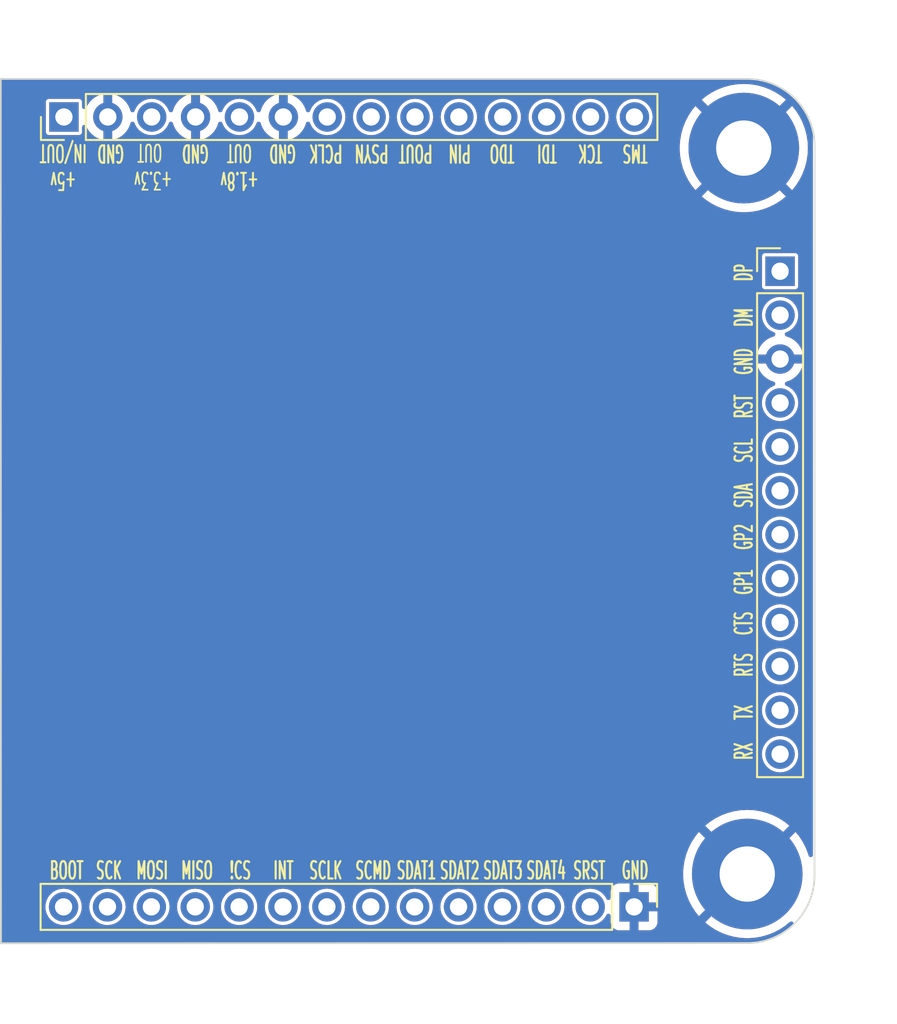
<source format=kicad_pcb>
(kicad_pcb (version 20240108) (generator "pcbnew") (generator_version "8.0")
  (title_block (title "TD-WRLS hAT") (date "2024-09-02") (rev "1.0") (company "Teledatics Incorporated") (comment 1 "James Ewing"))
  (layers (0 "F.Cu" signal) (31 "B.Cu" signal) (34 "B.Paste" user) (35 "F.Paste" user) (36 "B.SilkS" user "B.Silkscreen") (37 "F.SilkS" user "F.Silkscreen") (38 "B.Mask" user) (39 "F.Mask" user) (44 "Edge.Cuts" user))
  (net 0 "")
  (net 1 "SDIO_DAT0_1v8")
  (net 2 "SPI_MISO")
  (net 3 "MODE")
  (net 4 "SPI_IRQ")
  (net 5 "SPI_MOSI")
  (net 6 "SPI_SCK")
  (net 7 "SDIO_DAT2_1v8")
  (net 8 "SPI_!CS")
  (net 9 "SDIO_CLK_1v8")
  (net 10 "SDIO_CMD_1v8")
  (net 11 "SDIO_DAT1_1v8")
  (net 12 "SDIO_DAT3_1v8")
  (net 13 "SDIO_RESET_1v8")
  (net 14 "~{RESET}")
  (net 15 "JTAG_TCK")
  (net 16 "JTAG_TDI")
  (net 17 "JTAG_TDO")
  (net 18 "JTAG_TMS")
  (net 19 "USB_D-")
  (net 20 "UART_CTS")
  (net 21 "UART_RTS")
  (net 22 "UART_TX")
  (net 23 "I2C_SDA")
  (net 24 "GPIO2")
  (net 25 "GPIO1")
  (net 26 "UART_RX")
  (net 27 "USB_D+")
  (net 28 "I2C_SCL")
  (net 29 "+1V8")
  (net 30 "PCM_CLK_1v8")
  (net 31 "PCM_OUT_1v8")
  (net 32 "PCM_IN_1v8")
  (net 33 "PCM_SYNC_1v8")
  (net 34 "GND")
  (net 35 "+5V")
  (net 36 "+3V3")
  (footprint "Connector_PinHeader_2.54mm:PinHeader_1x14_P2.54mm_Vertical" (layer "F.Cu") (at 194.3 79.75 90)
    (property "Reference" "J3")
    (property "Value" "Conn_01x14_Male")
    (fp_line (start -1.33 -1.33) (end 0 -1.33) (stroke (width 0.12)) (layer "F.SilkS"))
    (fp_line (start -1.33 0) (end -1.33 -1.33) (stroke (width 0.12)) (layer "F.SilkS"))
    (fp_line (start 1.33 1.27) (end 1.33 34.35) (stroke (width 0.12)) (layer "F.SilkS"))
    (fp_line (start -1.33 1.27) (end 1.33 1.27) (stroke (width 0.12)) (layer "F.SilkS"))
    (fp_line (start -1.33 1.27) (end -1.33 34.35) (stroke (width 0.12)) (layer "F.SilkS"))
    (fp_line (start -1.33 34.35) (end 1.33 34.35) (stroke (width 0.12)) (layer "F.SilkS"))
    (pad "1" thru_hole rect (at 0 0 90) (size 1.7 1.7) (drill 1) (layers "*.Cu" "*.Mask") (net 35 "+5V"))
    (pad "2" thru_hole oval (at 0 2.54 90) (size 1.7 1.7) (drill 1) (layers "*.Cu" "*.Mask") (net 34 "GND"))
    (pad "3" thru_hole oval (at 0 5.08 90) (size 1.7 1.7) (drill 1) (layers "*.Cu" "*.Mask") (net 36 "+3V3"))
    (pad "4" thru_hole oval (at 0 7.62 90) (size 1.7 1.7) (drill 1) (layers "*.Cu" "*.Mask") (net 34 "GND"))
    (pad "5" thru_hole oval (at 0 10.16 90) (size 1.7 1.7) (drill 1) (layers "*.Cu" "*.Mask") (net 29 "+1V8"))
    (pad "6" thru_hole oval (at 0 12.7 90) (size 1.7 1.7) (drill 1) (layers "*.Cu" "*.Mask") (net 34 "GND"))
    (pad "7" thru_hole oval (at 0 15.24 90) (size 1.7 1.7) (drill 1) (layers "*.Cu" "*.Mask") (net 30 "PCM_CLK_1v8"))
    (pad "8" thru_hole oval (at 0 17.78 90) (size 1.7 1.7) (drill 1) (layers "*.Cu" "*.Mask") (net 33 "PCM_SYNC_1v8"))
    (pad "9" thru_hole oval (at 0 20.32 90) (size 1.7 1.7) (drill 1) (layers "*.Cu" "*.Mask") (net 31 "PCM_OUT_1v8"))
    (pad "10" thru_hole oval (at 0 22.86 90) (size 1.7 1.7) (drill 1) (layers "*.Cu" "*.Mask") (net 32 "PCM_IN_1v8"))
    (pad "11" thru_hole oval (at 0 25.4 90) (size 1.7 1.7) (drill 1) (layers "*.Cu" "*.Mask") (net 17 "JTAG_TDO"))
    (pad "12" thru_hole oval (at 0 27.94 90) (size 1.7 1.7) (drill 1) (layers "*.Cu" "*.Mask") (net 16 "JTAG_TDI"))
    (pad "13" thru_hole oval (at 0 30.48 90) (size 1.7 1.7) (drill 1) (layers "*.Cu" "*.Mask") (net 15 "JTAG_TCK"))
    (pad "14" thru_hole oval (at 0 33.02 90) (size 1.7 1.7) (drill 1) (layers "*.Cu" "*.Mask") (net 18 "JTAG_TMS"))
  )
  (footprint "MountingHole:MountingHole_3.2mm_M3_Pad" (layer "F.Cu") (at 233.85 123.55)
    (property "Reference" "H2")
    (property "Value" "MountingHole")
    (pad "1" thru_hole circle (at 0 0) (size 6.4 6.4) (drill 3.2) (layers "*.Cu" "*.Mask") (net 34 "GND"))
  )
  (footprint "MountingHole:MountingHole_3.2mm_M3_Pad" (layer "F.Cu") (at 233.65 81.55)
    (property "Reference" "H1")
    (property "Value" "MountingHole")
    (pad "1" thru_hole circle (at 0 0) (size 6.4 6.4) (drill 3.2) (layers "*.Cu" "*.Mask") (net 34 "GND"))
  )
  (footprint "Connector_PinHeader_2.54mm:PinHeader_1x12_P2.54mm_Vertical" (layer "F.Cu") (at 235.75 88.675)
    (property "Reference" "J2")
    (property "Value" "Conn_01x12_Male")
    (fp_line (start -1.33 -1.33) (end 0 -1.33) (stroke (width 0.12)) (layer "F.SilkS"))
    (fp_line (start -1.33 0) (end -1.33 -1.33) (stroke (width 0.12)) (layer "F.SilkS"))
    (fp_line (start -1.33 1.27) (end -1.33 29.27) (stroke (width 0.12)) (layer "F.SilkS"))
    (fp_line (start -1.33 1.27) (end 1.33 1.27) (stroke (width 0.12)) (layer "F.SilkS"))
    (fp_line (start -1.33 29.27) (end 1.33 29.27) (stroke (width 0.12)) (layer "F.SilkS"))
    (fp_line (start 1.33 1.27) (end 1.33 29.27) (stroke (width 0.12)) (layer "F.SilkS"))
    (pad "1" thru_hole rect (at 0 0) (size 1.7 1.7) (drill 1) (layers "*.Cu" "*.Mask") (net 27 "USB_D+"))
    (pad "2" thru_hole oval (at 0 2.54) (size 1.7 1.7) (drill 1) (layers "*.Cu" "*.Mask") (net 19 "USB_D-"))
    (pad "3" thru_hole oval (at 0 5.08) (size 1.7 1.7) (drill 1) (layers "*.Cu" "*.Mask") (net 34 "GND"))
    (pad "4" thru_hole oval (at 0 7.62) (size 1.7 1.7) (drill 1) (layers "*.Cu" "*.Mask") (net 14 "~{RESET}"))
    (pad "5" thru_hole oval (at 0 10.16) (size 1.7 1.7) (drill 1) (layers "*.Cu" "*.Mask") (net 28 "I2C_SCL"))
    (pad "6" thru_hole oval (at 0 12.7) (size 1.7 1.7) (drill 1) (layers "*.Cu" "*.Mask") (net 23 "I2C_SDA"))
    (pad "7" thru_hole oval (at 0 15.24) (size 1.7 1.7) (drill 1) (layers "*.Cu" "*.Mask") (net 24 "GPIO2"))
    (pad "8" thru_hole oval (at 0 17.78) (size 1.7 1.7) (drill 1) (layers "*.Cu" "*.Mask") (net 25 "GPIO1"))
    (pad "9" thru_hole oval (at 0 20.32) (size 1.7 1.7) (drill 1) (layers "*.Cu" "*.Mask") (net 20 "UART_CTS"))
    (pad "10" thru_hole oval (at 0 22.86) (size 1.7 1.7) (drill 1) (layers "*.Cu" "*.Mask") (net 21 "UART_RTS"))
    (pad "11" thru_hole oval (at 0 25.4) (size 1.7 1.7) (drill 1) (layers "*.Cu" "*.Mask") (net 22 "UART_TX"))
    (pad "12" thru_hole oval (at 0 27.94) (size 1.7 1.7) (drill 1) (layers "*.Cu" "*.Mask") (net 26 "UART_RX"))
  )
  (footprint "Connector_PinHeader_2.54mm:PinHeader_1x14_P2.54mm_Vertical" (layer "F.Cu") (at 227.3 125.45 -90)
    (property "Reference" "J1")
    (property "Value" "Conn_01x14_Male")
    (fp_line (start -1.33 34.35) (end 1.33 34.35) (stroke (width 0.12)) (layer "F.SilkS"))
    (fp_line (start -1.33 1.27) (end -1.33 34.35) (stroke (width 0.12)) (layer "F.SilkS"))
    (fp_line (start -1.33 1.27) (end 1.33 1.27) (stroke (width 0.12)) (layer "F.SilkS"))
    (fp_line (start 1.33 1.27) (end 1.33 34.35) (stroke (width 0.12)) (layer "F.SilkS"))
    (fp_line (start -1.33 0) (end -1.33 -1.33) (stroke (width 0.12)) (layer "F.SilkS"))
    (fp_line (start -1.33 -1.33) (end 0 -1.33) (stroke (width 0.12)) (layer "F.SilkS"))
    (pad "1" thru_hole rect (at 0 0 270) (size 1.7 1.7) (drill 1) (layers "*.Cu" "*.Mask") (net 34 "GND"))
    (pad "2" thru_hole oval (at 0 2.54 270) (size 1.7 1.7) (drill 1) (layers "*.Cu" "*.Mask") (net 13 "SDIO_RESET_1v8"))
    (pad "3" thru_hole oval (at 0 5.08 270) (size 1.7 1.7) (drill 1) (layers "*.Cu" "*.Mask") (net 12 "SDIO_DAT3_1v8"))
    (pad "4" thru_hole oval (at 0 7.62 270) (size 1.7 1.7) (drill 1) (layers "*.Cu" "*.Mask") (net 7 "SDIO_DAT2_1v8"))
    (pad "5" thru_hole oval (at 0 10.16 270) (size 1.7 1.7) (drill 1) (layers "*.Cu" "*.Mask") (net 11 "SDIO_DAT1_1v8"))
    (pad "6" thru_hole oval (at 0 12.7 270) (size 1.7 1.7) (drill 1) (layers "*.Cu" "*.Mask") (net 1 "SDIO_DAT0_1v8"))
    (pad "7" thru_hole oval (at 0 15.24 270) (size 1.7 1.7) (drill 1) (layers "*.Cu" "*.Mask") (net 10 "SDIO_CMD_1v8"))
    (pad "8" thru_hole oval (at 0 17.78 270) (size 1.7 1.7) (drill 1) (layers "*.Cu" "*.Mask") (net 9 "SDIO_CLK_1v8"))
    (pad "9" thru_hole oval (at 0 20.32 270) (size 1.7 1.7) (drill 1) (layers "*.Cu" "*.Mask") (net 4 "SPI_IRQ"))
    (pad "10" thru_hole oval (at 0 22.86 270) (size 1.7 1.7) (drill 1) (layers "*.Cu" "*.Mask") (net 8 "SPI_!CS"))
    (pad "11" thru_hole oval (at 0 25.4 270) (size 1.7 1.7) (drill 1) (layers "*.Cu" "*.Mask") (net 2 "SPI_MISO"))
    (pad "12" thru_hole oval (at 0 27.94 270) (size 1.7 1.7) (drill 1) (layers "*.Cu" "*.Mask") (net 5 "SPI_MOSI"))
    (pad "13" thru_hole oval (at 0 30.48 270) (size 1.7 1.7) (drill 1) (layers "*.Cu" "*.Mask") (net 6 "SPI_SCK"))
    (pad "14" thru_hole oval (at 0 33.02 270) (size 1.7 1.7) (drill 1) (layers "*.Cu" "*.Mask") (net 3 "MODE"))
  )
  (footprint "teledatics:teledatics_logo_kicad_footprint" (layer "F.Cu") (at 208.864169 102.373282 90)
    (property "Reference" "G***")
    (property "Value" "LOGO" (hide yes))
  )
  (gr_line (start 233.842284 127.542284) (end 190.657716 127.55) (stroke (width 0.1)) (layer "Edge.Cuts"))
  (gr_line (start 190.65 77.55) (end 233.85 77.55) (stroke (width 0.1)) (layer "Edge.Cuts"))
  (gr_arc (start 237.742284 123.642284) (mid 236.6 126.4) (end 233.842284 127.542284) (stroke (width 0.1)) (layer "Edge.Cuts"))
  (gr_arc (start 233.85 77.55) (mid 236.607716 78.692284) (end 237.75 81.45) (stroke (width 0.1)) (layer "Edge.Cuts"))
  (gr_line (start 190.657716 127.55) (end 190.65 77.55) (stroke (width 0.1)) (layer "Edge.Cuts"))
  (gr_line (start 237.75 81.45) (end 237.742284 123.642284) (stroke (width 0.1)) (layer "Edge.Cuts"))
  (gr_text "+5v\nIN/OUT" (at 194.257716 82.633035 180) (layer "F.SilkS") (effects (font (size 1 0.5) (thickness 0.1125))))
  (gr_text "INT" (at 207.007716 123.35 0) (layer "F.SilkS") (effects (font (size 1 0.5) (thickness 0.125))))
  (gr_text "TMS" (at 227.357716 81.85 180) (layer "F.SilkS") (effects (font (size 1 0.5) (thickness 0.125))))
  (gr_text "PSYN" (at 212.107716 81.85 180) (layer "F.SilkS") (effects (font (size 1 0.5) (thickness 0.125))))
  (gr_text "GP1" (at 233.657716 106.65 90) (layer "F.SilkS") (effects (font (size 1 0.5) (thickness 0.125))))
  (gr_text "PIN" (at 217.207716 81.85 180) (layer "F.SilkS") (effects (font (size 1 0.5) (thickness 0.125))))
  (gr_text "TDI" (at 222.257716 81.85 180) (layer "F.SilkS") (effects (font (size 1 0.5) (thickness 0.125))))
  (gr_text "+3.3v\n OUT" (at 199.457716 82.611097 180) (layer "F.SilkS") (effects (font (size 1 0.5) (thickness 0.1))))
  (gr_text "TX" (at 233.657716 114.2 90) (layer "F.SilkS") (effects (font (size 1 0.5) (thickness 0.125))))
  (gr_text "SCLK" (at 209.457716 123.35 0) (layer "F.SilkS") (effects (font (size 1 0.5) (thickness 0.125))))
  (gr_text "TCK" (at 224.757716 81.85 180) (layer "F.SilkS") (effects (font (size 1 0.5) (thickness 0.125))))
  (gr_text "DM" (at 233.657716 91.35 90) (layer "F.SilkS") (effects (font (size 1 0.5) (thickness 0.125))))
  (gr_text "RX" (at 233.657716 116.45 90) (layer "F.SilkS") (effects (font (size 1 0.5) (thickness 0.125))))
  (gr_text "SCK" (at 196.907716 123.35 0) (layer "F.SilkS") (effects (font (size 1 0.5) (thickness 0.125))))
  (gr_text "SDA" (at 233.657716 101.65 90) (layer "F.SilkS") (effects (font (size 1 0.5) (thickness 0.125))))
  (gr_text "+1.8v\nOUT" (at 204.457716 82.633035 180) (layer "F.SilkS") (effects (font (size 1 0.5) (thickness 0.1125))))
  (gr_text "TDO" (at 219.657716 81.85 180) (layer "F.SilkS") (effects (font (size 1 0.5) (thickness 0.125))))
  (gr_text "POUT" (at 214.657716 81.85 180) (layer "F.SilkS") (effects (font (size 1 0.5) (thickness 0.125))))
  (gr_text "CTS" (at 233.657716 109.05 90) (layer "F.SilkS") (effects (font (size 1 0.5) (thickness 0.125))))
  (gr_text "SCMD" (at 212.207716 123.35 0) (layer "F.SilkS") (effects (font (size 1 0.5) (thickness 0.125))))
  (gr_text "RTS" (at 233.657716 111.45 90) (layer "F.SilkS") (effects (font (size 1 0.5) (thickness 0.125))))
  (gr_text "GP2" (at 233.657716 104.05 90) (layer "F.SilkS") (effects (font (size 1 0.5) (thickness 0.125))))
  (gr_text "GND" (at 197.007716 81.85 180) (layer "F.SilkS") (effects (font (size 1 0.5) (thickness 0.125))))
  (gr_text "SDAT4" (at 222.207716 123.35 0) (layer "F.SilkS") (effects (font (size 1 0.5) (thickness 0.125))))
  (gr_text "GND" (at 233.657716 93.9 90) (layer "F.SilkS") (effects (font (size 1 0.5) (thickness 0.125))))
  (gr_text "GND" (at 206.957716 81.85 180) (layer "F.SilkS") (effects (font (size 1 0.5) (thickness 0.125))))
  (gr_text "SCL" (at 233.657716 99.05 90) (layer "F.SilkS") (effects (font (size 1 0.5) (thickness 0.125))))
  (gr_text "SDAT2" (at 217.207716 123.35 0) (layer "F.SilkS") (effects (font (size 1 0.5) (thickness 0.125))))
  (gr_text "SDAT1" (at 214.707716 123.35 0) (layer "F.SilkS") (effects (font (size 1 0.5) (thickness 0.125))))
  (gr_text "RST" (at 233.657716 96.5 90) (layer "F.SilkS") (effects (font (size 1 0.5) (thickness 0.125))))
  (gr_text "SRST" (at 224.707716 123.35 0) (layer "F.SilkS") (effects (font (size 1 0.5) (thickness 0.125))))
  (gr_text "!CS" (at 204.507716 123.35 0) (layer "F.SilkS") (effects (font (size 1 0.5) (thickness 0.125))))
  (gr_text "GND" (at 227.357716 123.35 0) (layer "F.SilkS") (effects (font (size 1 0.5) (thickness 0.125))))
  (gr_text "DP" (at 233.657716 88.75 90) (layer "F.SilkS") (effects (font (size 1 0.5) (thickness 0.125))))
  (gr_text "BOOT" (at 194.457716 123.35 0) (layer "F.SilkS") (effects (font (size 1 0.5) (thickness 0.125))))
  (gr_text "MOSI" (at 199.407716 123.35 0) (layer "F.SilkS") (effects (font (size 1 0.5) (thickness 0.125))))
  (gr_text "MISO" (at 202.007716 123.35 0) (layer "F.SilkS") (effects (font (size 1 0.5) (thickness 0.125))))
  (gr_text "SDAT3" (at 219.707716 123.35 0) (layer "F.SilkS") (effects (font (size 1 0.5) (thickness 0.125))))
  (gr_text "GND" (at 201.907716 81.85 180) (layer "F.SilkS") (effects (font (size 1 0.5) (thickness 0.125))))
  (gr_text "PCLK" (at 209.457716 81.85 180) (layer "F.SilkS") (effects (font (size 1 0.5) (thickness 0.125))))
  (zone (net 34) (net_name "GND") (layers "F&B.Cu") (connect_pads (clearance 0)) (min_thickness 0.254) (fill yes (thermal_gap 0.508) (thermal_bridge_width 0.508))
    (polygon (pts (xy 237.65 127.55) (xy 190.65 127.55) (xy 190.65 77.55) (xy 237.65 77.55)))
  )
)
</source>
